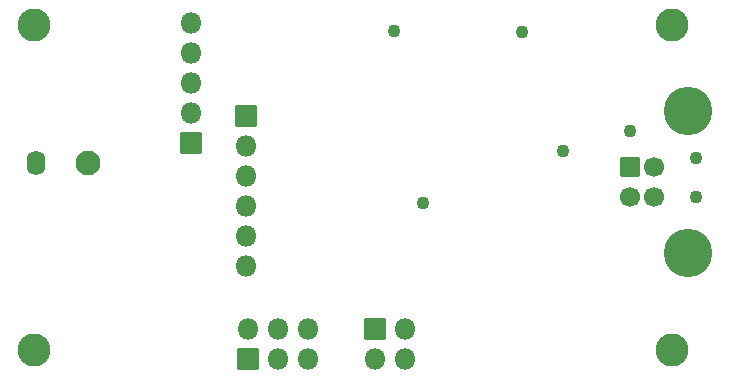
<source format=gbr>
%TF.GenerationSoftware,KiCad,Pcbnew,9.0.1*%
%TF.CreationDate,2025-04-03T15:37:55+00:00*%
%TF.ProjectId,t1,74312e6b-6963-4616-945f-706362585858,${git_hash}*%
%TF.SameCoordinates,Original*%
%TF.FileFunction,Soldermask,Bot*%
%TF.FilePolarity,Negative*%
%FSLAX46Y46*%
G04 Gerber Fmt 4.6, Leading zero omitted, Abs format (unit mm)*
G04 Created by KiCad (PCBNEW 9.0.1) date 2025-04-03 15:37:55*
%MOMM*%
%LPD*%
G01*
G04 APERTURE LIST*
G04 Aperture macros list*
%AMRoundRect*
0 Rectangle with rounded corners*
0 $1 Rounding radius*
0 $2 $3 $4 $5 $6 $7 $8 $9 X,Y pos of 4 corners*
0 Add a 4 corners polygon primitive as box body*
4,1,4,$2,$3,$4,$5,$6,$7,$8,$9,$2,$3,0*
0 Add four circle primitives for the rounded corners*
1,1,$1+$1,$2,$3*
1,1,$1+$1,$4,$5*
1,1,$1+$1,$6,$7*
1,1,$1+$1,$8,$9*
0 Add four rect primitives between the rounded corners*
20,1,$1+$1,$2,$3,$4,$5,0*
20,1,$1+$1,$4,$5,$6,$7,0*
20,1,$1+$1,$6,$7,$8,$9,0*
20,1,$1+$1,$8,$9,$2,$3,0*%
G04 Aperture macros list end*
%ADD10C,2.800000*%
%ADD11O,1.600000X2.100000*%
%ADD12C,2.100000*%
%ADD13RoundRect,0.050000X0.850000X0.850000X-0.850000X0.850000X-0.850000X-0.850000X0.850000X-0.850000X0*%
%ADD14O,1.800000X1.800000*%
%ADD15RoundRect,0.050000X-0.850000X-0.850000X0.850000X-0.850000X0.850000X0.850000X-0.850000X0.850000X0*%
%ADD16RoundRect,0.050000X0.850000X-0.850000X0.850000X0.850000X-0.850000X0.850000X-0.850000X-0.850000X0*%
%ADD17RoundRect,0.050000X0.800000X-0.800000X0.800000X0.800000X-0.800000X0.800000X-0.800000X-0.800000X0*%
%ADD18C,1.700000*%
%ADD19C,4.100000*%
%ADD20C,1.100000*%
G04 APERTURE END LIST*
D10*
%TO.C,H1*%
X177000000Y-97000000D03*
%TD*%
%TO.C,H2*%
X123000000Y-97000000D03*
%TD*%
%TO.C,H3*%
X123000000Y-69500000D03*
%TD*%
%TO.C,H4*%
X177000000Y-69500000D03*
%TD*%
D11*
%TO.C,J1*%
X123200000Y-81200000D03*
D12*
X127600000Y-81200000D03*
%TD*%
D13*
%TO.C,J3*%
X136300000Y-79500000D03*
D14*
X136300000Y-76960000D03*
X136300000Y-74420000D03*
X136300000Y-71880000D03*
X136300000Y-69340000D03*
%TD*%
D15*
%TO.C,J4*%
X151892000Y-95250000D03*
D14*
X154432000Y-95250000D03*
X151892000Y-97790000D03*
X154432000Y-97790000D03*
%TD*%
D16*
%TO.C,J5*%
X141122400Y-97764600D03*
D14*
X141122400Y-95224600D03*
X143662400Y-97764600D03*
X143662400Y-95224600D03*
X146202400Y-97764600D03*
X146202400Y-95224600D03*
%TD*%
D15*
%TO.C,J6*%
X140970000Y-77216000D03*
D14*
X140970000Y-79756000D03*
X140970000Y-82296000D03*
X140970000Y-84836000D03*
X140970000Y-87376000D03*
X140970000Y-89916000D03*
%TD*%
D17*
%TO.C,J2*%
X173482000Y-81534000D03*
D18*
X173482000Y-84034000D03*
X175482000Y-84034000D03*
X175482000Y-81534000D03*
D19*
X178342000Y-76784000D03*
X178342000Y-88784000D03*
%TD*%
D20*
%TO.C,TP2*%
X167792400Y-80162400D03*
%TD*%
%TO.C,TP3*%
X173482000Y-78486000D03*
%TD*%
%TO.C,TP4*%
X179070000Y-80772000D03*
%TD*%
%TO.C,TP5*%
X179070000Y-84074000D03*
%TD*%
%TO.C,TP6*%
X164287200Y-70053200D03*
%TD*%
%TO.C,TP8*%
X153492200Y-70027800D03*
%TD*%
%TO.C,TP9*%
X155956000Y-84582000D03*
%TD*%
M02*

</source>
